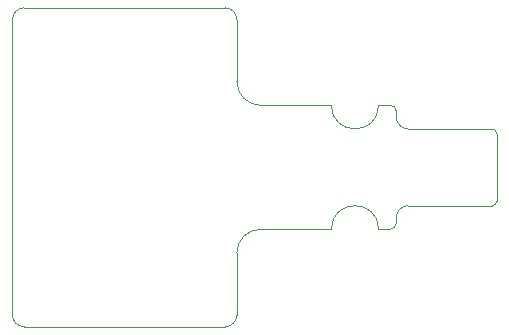
<source format=gbr>
%TF.GenerationSoftware,KiCad,Pcbnew,8.0.4*%
%TF.CreationDate,2024-07-27T12:21:03+02:00*%
%TF.ProjectId,PA3194G822_R04,50413331-3934-4473-9832-325f5230342e,4*%
%TF.SameCoordinates,Original*%
%TF.FileFunction,Profile,NP*%
%FSLAX46Y46*%
G04 Gerber Fmt 4.6, Leading zero omitted, Abs format (unit mm)*
G04 Created by KiCad (PCBNEW 8.0.4) date 2024-07-27 12:21:03*
%MOMM*%
%LPD*%
G01*
G04 APERTURE LIST*
%TA.AperFunction,Profile*%
%ADD10C,0.050000*%
%TD*%
G04 APERTURE END LIST*
D10*
X104000000Y-87500000D02*
G75*
G02*
X105000000Y-86500000I1000007J-7D01*
G01*
X137500000Y-96750000D02*
G75*
G02*
X136500014Y-95750000I7J999993D01*
G01*
X137500000Y-96750000D02*
X144600000Y-96750000D01*
X105000000Y-86500000D02*
X122000000Y-86500000D01*
X123000000Y-112500000D02*
X123000000Y-107250000D01*
X131000000Y-105250000D02*
X125000000Y-105250000D01*
X105000000Y-113500000D02*
X122000000Y-113500000D01*
X122000000Y-86500000D02*
G75*
G02*
X123000014Y-87500000I7J-1000007D01*
G01*
X131000000Y-105250000D02*
G75*
G02*
X135000000Y-105250000I2000000J0D01*
G01*
X145000000Y-97150000D02*
X145000000Y-102850000D01*
X136500000Y-104250000D02*
G75*
G02*
X137500000Y-103250000I1000007J-7D01*
G01*
X123000000Y-112500000D02*
G75*
G02*
X122000000Y-113500000I-999993J-7D01*
G01*
X144600000Y-96750000D02*
G75*
G02*
X145000014Y-97150000I7J-400007D01*
G01*
X123000000Y-87500000D02*
X123000000Y-92750000D01*
X136000000Y-94750000D02*
G75*
G02*
X136500014Y-95250000I7J-500007D01*
G01*
X137500000Y-103250000D02*
X144600000Y-103250000D01*
X135000000Y-105250000D02*
X136000000Y-105250000D01*
X145000000Y-102850000D02*
G75*
G02*
X144600000Y-103250000I-399993J-7D01*
G01*
X136500000Y-95250000D02*
X136500000Y-95750000D01*
X125000000Y-94750000D02*
G75*
G02*
X123000014Y-92750000I7J1999993D01*
G01*
X136500000Y-104750000D02*
G75*
G02*
X136000000Y-105250000I-499993J-7D01*
G01*
X135000000Y-94750000D02*
X136000000Y-94750000D01*
X104000000Y-87500000D02*
X104000000Y-112500000D01*
X105000000Y-113500000D02*
G75*
G02*
X104000014Y-112500000I7J999993D01*
G01*
X123000000Y-107250000D02*
G75*
G02*
X125000000Y-105250000I2000007J-7D01*
G01*
X135000000Y-94750000D02*
G75*
G02*
X131000000Y-94750000I-2000000J0D01*
G01*
X131000000Y-94750000D02*
X125000000Y-94750000D01*
X136500000Y-104750000D02*
X136500000Y-104250000D01*
M02*

</source>
